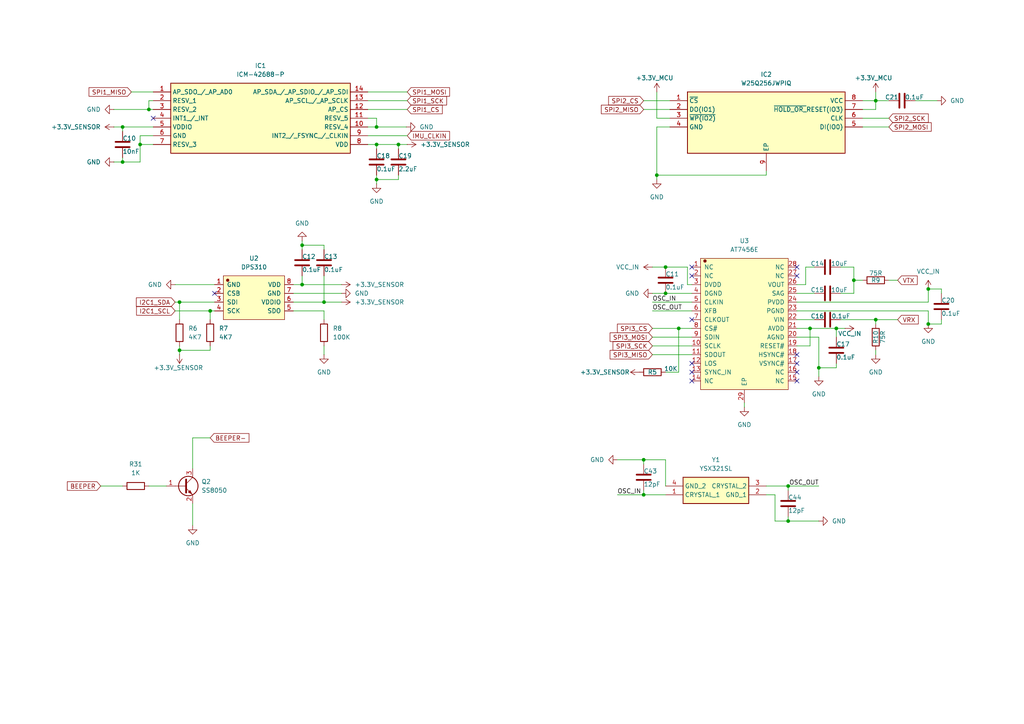
<source format=kicad_sch>
(kicad_sch (version 20250114) (generator "eeschema") (generator_version "9.0")
  (paper "A4")
  (lib_symbols
    (symbol "Library:AT7456E" (pin_names (offset 1.016))
      (property "Reference" "U" (at 0 25.654 0))
      (property "Value" "AT7456E" (at 0 30.734 0))
      (symbol "AT7456E_1_1"
        (rectangle (start -12.7 19.05) (end 12.7 -19.05) (stroke (width 0.1524)) (fill (type background)))
        (circle (center -11.43 18.288) (radius 0.381) (stroke (width 0.1524)) (fill (type outline)))
        (circle (center -11.43 18.288) (radius 0.381) (stroke (width 0.1524)) (fill (type outline)))
        (pin input line (at -15.24 16.51 0) (length 2.54) (name "NC") (number "1"))
        (pin input line (at -15.24 13.97 0) (length 2.54) (name "NC") (number "2"))
        (pin input line (at -15.24 11.43 0) (length 2.54) (name "DVDD") (number "3"))
        (pin input line (at -15.24 8.89 0) (length 2.54) (name "DGND") (number "4"))
        (pin input line (at -15.24 6.35 0) (length 2.54) (name "CLKIN") (number "5"))
        (pin input line (at -15.24 3.81 0) (length 2.54) (name "XFB") (number "6"))
        (pin input line (at -15.24 1.27 0) (length 2.54) (name "CLKOUT") (number "7"))
        (pin input line (at -15.24 -1.27 0) (length 2.54) (name "CS#") (number "8"))
        (pin input line (at -15.24 -3.81 0) (length 2.54) (name "SDIN") (number "9"))
        (pin input line (at -15.24 -6.35 0) (length 2.54) (name "SCLK") (number "10"))
        (pin input line (at -15.24 -8.89 0) (length 2.54) (name "SDOUT") (number "11"))
        (pin input line (at -15.24 -11.43 0) (length 2.54) (name "LOS") (number "12"))
        (pin input line (at -15.24 -13.97 0) (length 2.54) (name "SYNC_IN") (number "13"))
        (pin input line (at -15.24 -16.51 0) (length 2.54) (name "NC") (number "14"))
        (pin input line (at 0 -22.86 90) (length 3.81) (name "EP") (number "29"))
        (pin input line (at 15.24 16.51 180) (length 2.54) (name "NC") (number "28"))
        (pin input line (at 15.24 13.97 180) (length 2.54) (name "NC") (number "27"))
        (pin input line (at 15.24 11.43 180) (length 2.54) (name "VOUT") (number "26"))
        (pin input line (at 15.24 8.89 180) (length 2.54) (name "SAG") (number "25"))
        (pin input line (at 15.24 6.35 180) (length 2.54) (name "PVDD") (number "24"))
        (pin input line (at 15.24 3.81 180) (length 2.54) (name "PGND") (number "23"))
        (pin input line (at 15.24 1.27 180) (length 2.54) (name "VIN") (number "22"))
        (pin input line (at 15.24 -1.27 180) (length 2.54) (name "AVDD") (number "21"))
        (pin input line (at 15.24 -3.81 180) (length 2.54) (name "AGND") (number "20"))
        (pin input line (at 15.24 -6.35 180) (length 2.54) (name "RESET#") (number "19"))
        (pin input line (at 15.24 -8.89 180) (length 2.54) (name "HSYNC#") (number "18"))
        (pin input line (at 15.24 -11.43 180) (length 2.54) (name "VSYNC#") (number "17"))
        (pin input line (at 15.24 -13.97 180) (length 2.54) (name "NC") (number "16"))
        (pin input line (at 15.24 -16.51 180) (length 2.54) (name "NC") (number "15"))
      )
    )
    (symbol "Library:C" (pin_numbers (hide yes)) (pin_names (offset 0.254))
      (property "Reference" "C" (at 0.635 2.54 0))
      (property "Value" "C" (at 0.635 -2.54 0))
      (symbol "C_0_1"
        (polyline (pts (xy -2.032 0.762) (xy 2.032 0.762)) (stroke (width 0.508)))
        (polyline (pts (xy -2.032 -0.762) (xy 2.032 -0.762)) (stroke (width 0.508)))
      )
      (symbol "C_1_1"
        (pin passive line (at 0 3.81 270) (length 2.794) (name "~") (number "1"))
        (pin passive line (at 0 -3.81 90) (length 2.794) (name "~") (number "2"))
      )
    )
    (symbol "Library:DPS310" (pin_names (offset 1.016))
      (property "Reference" "U" (at 0 8.89 0))
      (property "Value" "DPS310" (at 0 13.97 0))
      (symbol "DPS310_1_1"
        (rectangle (start -8.89 6.35) (end 8.89 -6.35) (stroke (width 0.1524)) (fill (type background)))
        (circle (center -7.62 5.08) (radius 0.381) (stroke (width 0.1524)) (fill (type outline)))
        (pin input line (at -11.43 3.81 0) (length 2.54) (name "GND") (number "1"))
        (pin input line (at -11.43 1.27 0) (length 2.54) (name "CSB") (number "2"))
        (pin input line (at -11.43 -1.27 0) (length 2.54) (name "SDI") (number "3"))
        (pin input line (at -11.43 -3.81 0) (length 2.54) (name "SCK") (number "4"))
        (pin input line (at 11.43 3.81 180) (length 2.54) (name "VDD") (number "8"))
        (pin input line (at 11.43 1.27 180) (length 2.54) (name "GND") (number "7"))
        (pin input line (at 11.43 -1.27 180) (length 2.54) (name "VDDIO") (number "6"))
        (pin input line (at 11.43 -3.81 180) (length 2.54) (name "SDO") (number "5"))
      )
    )
    (symbol "Library:ICM-42688-P"
      (property "Reference" "IC" (at -24.384 14.732 0))
      (property "Value" "ICM-42688-P" (at -24.384 12.192 0))
      (symbol "ICM-42688-P_1_1"
        (rectangle (start -24.13 10.16) (end 27.94 -10.16) (stroke (width 0.254)) (fill (type background)))
        (pin passive line (at -29.21 7.62 0) (length 5.08) (name "AP_SDO_/_AP_AD0") (number "1"))
        (pin passive line (at -29.21 5.08 0) (length 5.08) (name "RESV_1") (number "2"))
        (pin passive line (at -29.21 2.54 0) (length 5.08) (name "RESV_2") (number "3"))
        (pin passive line (at -29.21 0 0) (length 5.08) (name "INT1_/_INT") (number "4"))
        (pin passive line (at -29.21 -2.54 0) (length 5.08) (name "VDDIO") (number "5"))
        (pin passive line (at -29.21 -5.08 0) (length 5.08) (name "GND") (number "6"))
        (pin passive line (at -29.21 -7.62 0) (length 5.08) (name "RESV_3") (number "7"))
        (pin passive line (at 33.02 7.62 180) (length 5.08) (name "AP_SDA_/_AP_SDIO_/_AP_SDI") (number "14"))
        (pin passive line (at 33.02 5.08 180) (length 5.08) (name "AP_SCL_/_AP_SCLK") (number "13"))
        (pin passive line (at 33.02 2.54 180) (length 5.08) (name "AP_CS") (number "12"))
        (pin passive line (at 33.02 0 180) (length 5.08) (name "RESV_5") (number "11"))
        (pin passive line (at 33.02 -2.54 180) (length 5.08) (name "RESV_4") (number "10"))
        (pin passive line (at 33.02 -5.08 180) (length 5.08) (name "INT2_/_FSYNC_/_CLKIN") (number "9"))
        (pin passive line (at 33.02 -7.62 180) (length 5.08) (name "VDD") (number "8"))
      )
    )
    (symbol "Library:R" (pin_numbers (hide yes)) (pin_names (offset 0))
      (property "Reference" "R" (at 2.032 0 90))
      (property "Value" "R" (at 0 0 90))
      (symbol "R_0_1"
        (rectangle (start -1.016 -2.54) (end 1.016 2.54) (stroke (width 0.254)))
      )
      (symbol "R_1_1"
        (pin passive line (at 0 3.81 270) (length 1.27) (name "~") (number "1"))
        (pin passive line (at 0 -3.81 90) (length 1.27) (name "~") (number "2"))
      )
    )
    (symbol "Library:W25Q256JWPIQ"
      (property "Reference" "IC" (at 52.07 7.62 0))
      (property "Value" "W25Q256JWPIQ" (at 52.07 5.08 0))
      (symbol "W25Q256JWPIQ_1_1"
        (rectangle (start 5.08 2.54) (end 50.8 -15.24) (stroke (width 0.254)) (fill (type background)))
        (pin passive line (at 0 0 0) (length 5.08) (name "~{CS}") (number "1"))
        (pin passive line (at 0 -2.54 0) (length 5.08) (name "DO(IO1)") (number "2"))
        (pin passive line (at 0 -5.08 0) (length 5.08) (name "~{WP(IO2)}") (number "3"))
        (pin passive line (at 0 -7.62 0) (length 5.08) (name "GND") (number "4"))
        (pin passive line (at 27.94 -20.32 90) (length 5.08) (name "EP") (number "9"))
        (pin passive line (at 55.88 0 180) (length 5.08) (name "VCC") (number "8"))
        (pin passive line (at 55.88 -2.54 180) (length 5.08) (name "~{HOLD_OR_}RESET(IO3)") (number "7"))
        (pin passive line (at 55.88 -5.08 180) (length 5.08) (name "CLK") (number "6"))
        (pin passive line (at 55.88 -7.62 180) (length 5.08) (name "DI(IO0)") (number "5"))
      )
    )
    (symbol "SamacSys_Parts:YSX321SL"
      (property "Reference" "Y" (at 36.83 7.62 0))
      (property "Value" "YSX321SL" (at 36.83 5.08 0))
      (symbol "YSX321SL_1_1"
        (rectangle (start 5.08 2.54) (end 24.13 -5.08) (stroke (width 0.254)) (fill (type background)))
        (pin passive line (at 0 0 0) (length 5.08) (name "GND_2") (number "4"))
        (pin passive line (at 0 -2.54 0) (length 5.08) (name "CRYSTAL_1") (number "1"))
        (pin passive line (at 29.21 0 180) (length 5.08) (name "CRYSTAL_2") (number "3"))
        (pin passive line (at 29.21 -2.54 180) (length 5.08) (name "GND_1") (number "2"))
      )
    )
    (symbol "Transistor_BJT:SS8050" (pin_names (offset 0) (hide yes))
      (property "Reference" "Q" (at 5.08 1.905 0))
      (property "Value" "SS8050" (at 5.08 0 0))
      (symbol "SS8050_0_1"
        (polyline (pts (xy -2.54 0) (xy 0.635 0)))
        (polyline (pts (xy 0.635 1.905) (xy 0.635 -1.905)) (stroke (width 0.508)))
        (circle (center 1.27 0) (radius 2.8194) (stroke (width 0.254)))
      )
      (symbol "SS8050_1_1"
        (polyline (pts (xy 0.635 0.635) (xy 2.54 2.54)))
        (polyline (pts (xy 0.635 -0.635) (xy 2.54 -2.54)))
        (polyline (pts (xy 1.27 -1.778) (xy 1.778 -1.27) (xy 2.286 -2.286) (xy 1.27 -1.778)) (fill (type outline)))
        (pin input line (at -5.08 0 0) (length 2.54) (name "B") (number "1"))
        (pin passive line (at 2.54 5.08 270) (length 2.54) (name "C") (number "3"))
        (pin passive line (at 2.54 -5.08 90) (length 2.54) (name "E") (number "2"))
      )
    )
    (symbol "power:+3.3V" (power) (pin_numbers (hide yes)) (pin_names (offset 0) (hide yes))
      (property "Value" "+3.3V" (at 0 3.556 0))
      (symbol "+3.3V_0_1"
        (polyline (pts (xy -0.762 1.27) (xy 0 2.54)))
        (polyline (pts (xy 0 2.54) (xy 0.762 1.27)))
        (polyline (pts (xy 0 0) (xy 0 2.54)))
      )
      (symbol "+3.3V_1_1"
        (pin power_in line (at 0 0 90) (length 0) (name "~") (number "1"))
      )
    )
    (symbol "power:GND" (power) (pin_numbers (hide yes)) (pin_names (offset 0) (hide yes))
      (property "Value" "GND" (at 0 -3.81 0))
      (symbol "GND_0_1"
        (polyline (pts (xy 0 0) (xy 0 -1.27) (xy 1.27 -1.27) (xy 0 -2.54) (xy -1.27 -1.27) (xy 0 -1.27)))
      )
      (symbol "GND_1_1"
        (pin power_in line (at 0 0 270) (length 0) (name "~") (number "1"))
      )
    )
    (symbol "power:VCC" (power) (pin_numbers (hide yes)) (pin_names (offset 0) (hide yes))
      (property "Value" "VCC" (at 0 3.556 0))
      (symbol "VCC_0_1"
        (polyline (pts (xy -0.762 1.27) (xy 0 2.54)))
        (polyline (pts (xy 0 2.54) (xy 0.762 1.27)))
        (polyline (pts (xy 0 0) (xy 0 2.54)))
      )
      (symbol "VCC_1_1"
        (pin power_in line (at 0 0 90) (length 0) (name "~") (number "1"))
      )
    )
  )
  (junction (at 52.07 101.6))
  (junction (at 115.57 41.91))
  (junction (at 193.04 77.47))
  (junction (at 237.49 106.68))
  (junction (at 93.98 87.63))
  (junction (at 234.95 95.25))
  (junction (at 109.22 52.07))
  (junction (at 247.65 81.28))
  (junction (at 109.22 36.83))
  (junction (at 196.85 95.25))
  (junction (at 269.24 93.98))
  (junction (at 190.5 50.8))
  (junction (at 43.18 31.75))
  (junction (at 35.56 36.83))
  (junction (at 87.63 82.55))
  (junction (at 40.64 41.91))
  (junction (at 109.22 41.91))
  (junction (at 254 92.71))
  (junction (at 193.04 85.09))
  (junction (at 186.69 143.51))
  (junction (at 242.57 95.25))
  (junction (at 269.24 83.82))
  (junction (at 228.6 151.13))
  (junction (at 228.6 140.97))
  (junction (at 254 29.21))
  (junction (at 186.69 133.35))
  (junction (at 35.56 46.99))
  (junction (at 52.07 87.63))
  (junction (at 87.63 71.12))
  (junction (at 60.96 90.17))
  (no_connect (at 200.66 107.95))
  (no_connect (at 200.66 105.41))
  (no_connect (at 231.14 102.87))
  (no_connect (at 231.14 107.95))
  (no_connect (at 200.66 92.71))
  (no_connect (at 200.66 110.49))
  (no_connect (at 231.14 80.01))
  (no_connect (at 200.66 77.47))
  (no_connect (at 62.23 85.09))
  (no_connect (at 231.14 110.49))
  (no_connect (at 231.14 77.47))
  (no_connect (at 44.45 34.29))
  (no_connect (at 231.14 105.41))
  (no_connect (at 200.66 80.01))
  (wire (pts (xy 273.05 93.98) (xy 269.24 93.98)))
  (wire (pts (xy 93.98 90.17) (xy 93.98 92.71)))
  (wire (pts (xy 87.63 82.55) (xy 99.06 82.55)))
  (wire (pts (xy 190.5 26.67) (xy 190.5 34.29)))
  (wire (pts (xy 35.56 46.99) (xy 40.64 46.99)))
  (wire (pts (xy 186.69 29.21) (xy 194.31 29.21)))
  (wire (pts (xy 228.6 140.97) (xy 228.6 142.24)))
  (wire (pts (xy 109.22 41.91) (xy 115.57 41.91)))
  (wire (pts (xy 242.57 105.41) (xy 242.57 106.68)))
  (wire (pts (xy 189.23 87.63) (xy 200.66 87.63)))
  (wire (pts (xy 193.04 77.47) (xy 199.39 77.47)))
  (wire (pts (xy 247.65 81.28) (xy 247.65 85.09)))
  (wire (pts (xy 44.45 29.21) (xy 43.18 29.21)))
  (wire (pts (xy 52.07 101.6) (xy 52.07 102.87)))
  (wire (pts (xy 38.1 26.67) (xy 44.45 26.67)))
  (wire (pts (xy 199.39 82.55) (xy 199.39 77.47)))
  (wire (pts (xy 193.04 140.97) (xy 193.04 133.35)))
  (wire (pts (xy 106.68 29.21) (xy 118.11 29.21)))
  (wire (pts (xy 231.14 97.79) (xy 237.49 97.79)))
  (wire (pts (xy 52.07 100.33) (xy 52.07 101.6)))
  (wire (pts (xy 115.57 41.91) (xy 115.57 43.18)))
  (wire (pts (xy 224.79 143.51) (xy 224.79 151.13)))
  (wire (pts (xy 35.56 45.72) (xy 35.56 46.99)))
  (wire (pts (xy 55.88 135.89) (xy 55.88 127)))
  (wire (pts (xy 60.96 90.17) (xy 60.96 92.71)))
  (wire (pts (xy 250.19 29.21) (xy 254 29.21)))
  (wire (pts (xy 190.5 36.83) (xy 190.5 50.8)))
  (wire (pts (xy 33.02 31.75) (xy 43.18 31.75)))
  (wire (pts (xy 254 92.71) (xy 254 93.98)))
  (wire (pts (xy 189.23 100.33) (xy 200.66 100.33)))
  (wire (pts (xy 60.96 90.17) (xy 62.23 90.17)))
  (wire (pts (xy 231.14 92.71) (xy 236.22 92.71)))
  (wire (pts (xy 228.6 149.86) (xy 228.6 151.13)))
  (wire (pts (xy 93.98 72.39) (xy 93.98 71.12)))
  (wire (pts (xy 117.856 36.83) (xy 109.22 36.83)))
  (wire (pts (xy 247.65 77.47) (xy 247.65 81.28)))
  (wire (pts (xy 43.18 140.97) (xy 48.26 140.97)))
  (wire (pts (xy 106.68 26.67) (xy 118.11 26.67)))
  (wire (pts (xy 269.24 83.82) (xy 269.24 87.63)))
  (wire (pts (xy 186.69 133.35) (xy 193.04 133.35)))
  (wire (pts (xy 93.98 87.63) (xy 99.06 87.63)))
  (wire (pts (xy 60.96 101.6) (xy 60.96 100.33)))
  (wire (pts (xy 254 29.21) (xy 257.81 29.21)))
  (wire (pts (xy 271.78 29.21) (xy 265.43 29.21)))
  (wire (pts (xy 237.49 140.97) (xy 228.6 140.97)))
  (wire (pts (xy 44.45 39.37) (xy 40.64 39.37)))
  (wire (pts (xy 40.64 41.91) (xy 44.45 41.91)))
  (wire (pts (xy 109.22 34.29) (xy 109.22 36.83)))
  (wire (pts (xy 93.98 71.12) (xy 87.63 71.12)))
  (wire (pts (xy 200.66 82.55) (xy 199.39 82.55)))
  (wire (pts (xy 55.88 146.05) (xy 55.88 152.4)))
  (wire (pts (xy 29.21 140.97) (xy 35.56 140.97)))
  (wire (pts (xy 231.14 90.17) (xy 269.24 90.17)))
  (wire (pts (xy 115.57 50.8) (xy 115.57 52.07)))
  (wire (pts (xy 237.49 109.22) (xy 237.49 106.68)))
  (wire (pts (xy 273.05 85.09) (xy 273.05 83.82)))
  (wire (pts (xy 109.22 52.07) (xy 115.57 52.07)))
  (wire (pts (xy 193.04 107.95) (xy 196.85 107.95)))
  (wire (pts (xy 254 29.21) (xy 254 31.75)))
  (wire (pts (xy 234.95 100.33) (xy 231.14 100.33)))
  (wire (pts (xy 254 101.6) (xy 254 102.87)))
  (wire (pts (xy 109.22 41.91) (xy 109.22 43.18)))
  (wire (pts (xy 43.18 31.75) (xy 44.45 31.75)))
  (wire (pts (xy 40.64 39.37) (xy 40.64 41.91)))
  (wire (pts (xy 33.02 36.83) (xy 35.56 36.83)))
  (wire (pts (xy 196.85 95.25) (xy 200.66 95.25)))
  (wire (pts (xy 243.84 77.47) (xy 247.65 77.47)))
  (wire (pts (xy 85.09 87.63) (xy 93.98 87.63)))
  (wire (pts (xy 231.14 87.63) (xy 269.24 87.63)))
  (wire (pts (xy 254 26.67) (xy 254 29.21)))
  (wire (pts (xy 231.14 82.55) (xy 233.68 82.55)))
  (wire (pts (xy 190.5 52.07) (xy 190.5 50.8)))
  (wire (pts (xy 215.9 118.11) (xy 215.9 116.84)))
  (wire (pts (xy 33.02 46.99) (xy 35.56 46.99)))
  (wire (pts (xy 52.07 87.63) (xy 52.07 92.71)))
  (wire (pts (xy 85.09 85.09) (xy 99.06 85.09)))
  (wire (pts (xy 228.6 151.13) (xy 237.49 151.13)))
  (wire (pts (xy 50.8 87.63) (xy 52.07 87.63)))
  (wire (pts (xy 35.56 36.83) (xy 44.45 36.83)))
  (wire (pts (xy 40.64 41.91) (xy 40.64 46.99)))
  (wire (pts (xy 231.14 95.25) (xy 234.95 95.25)))
  (wire (pts (xy 194.31 34.29) (xy 190.5 34.29)))
  (wire (pts (xy 109.22 52.07) (xy 109.22 50.8)))
  (wire (pts (xy 273.05 92.71) (xy 273.05 93.98)))
  (wire (pts (xy 233.68 82.55) (xy 233.68 77.47)))
  (wire (pts (xy 250.19 36.83) (xy 257.81 36.83)))
  (wire (pts (xy 273.05 83.82) (xy 269.24 83.82)))
  (wire (pts (xy 50.8 82.55) (xy 62.23 82.55)))
  (wire (pts (xy 115.57 41.91) (xy 118.11 41.91)))
  (wire (pts (xy 196.85 95.25) (xy 196.85 107.95)))
  (wire (pts (xy 93.98 100.33) (xy 93.98 102.87)))
  (wire (pts (xy 93.98 80.01) (xy 93.98 87.63)))
  (wire (pts (xy 52.07 101.6) (xy 60.96 101.6)))
  (wire (pts (xy 186.69 31.75) (xy 194.31 31.75)))
  (wire (pts (xy 186.69 143.51) (xy 193.04 143.51)))
  (wire (pts (xy 194.31 36.83) (xy 190.5 36.83)))
  (wire (pts (xy 222.25 143.51) (xy 224.79 143.51)))
  (wire (pts (xy 243.84 92.71) (xy 254 92.71)))
  (wire (pts (xy 106.68 39.37) (xy 118.11 39.37)))
  (wire (pts (xy 87.63 71.12) (xy 87.63 72.39)))
  (wire (pts (xy 186.69 134.62) (xy 186.69 133.35)))
  (wire (pts (xy 242.57 95.25) (xy 245.11 95.25)))
  (wire (pts (xy 106.68 36.83) (xy 109.22 36.83)))
  (wire (pts (xy 87.63 80.01) (xy 87.63 82.55)))
  (wire (pts (xy 190.5 50.8) (xy 222.25 50.8)))
  (wire (pts (xy 85.09 90.17) (xy 93.98 90.17)))
  (wire (pts (xy 242.57 95.25) (xy 234.95 95.25)))
  (wire (pts (xy 52.07 87.63) (xy 62.23 87.63)))
  (wire (pts (xy 243.84 85.09) (xy 247.65 85.09)))
  (wire (pts (xy 233.68 77.47) (xy 236.22 77.47)))
  (wire (pts (xy 224.79 151.13) (xy 228.6 151.13)))
  (wire (pts (xy 257.81 81.28) (xy 260.35 81.28)))
  (wire (pts (xy 189.23 90.17) (xy 200.66 90.17)))
  (wire (pts (xy 189.23 102.87) (xy 200.66 102.87)))
  (wire (pts (xy 234.95 95.25) (xy 234.95 100.33)))
  (wire (pts (xy 43.18 29.21) (xy 43.18 31.75)))
  (wire (pts (xy 50.8 90.17) (xy 60.96 90.17)))
  (wire (pts (xy 193.04 85.09) (xy 200.66 85.09)))
  (wire (pts (xy 35.56 36.83) (xy 35.56 38.1)))
  (wire (pts (xy 186.69 142.24) (xy 186.69 143.51)))
  (wire (pts (xy 242.57 97.79) (xy 242.57 95.25)))
  (wire (pts (xy 228.6 140.97) (xy 222.25 140.97)))
  (wire (pts (xy 250.19 34.29) (xy 257.81 34.29)))
  (wire (pts (xy 189.23 85.09) (xy 193.04 85.09)))
  (wire (pts (xy 189.23 95.25) (xy 196.85 95.25)))
  (wire (pts (xy 85.09 82.55) (xy 87.63 82.55)))
  (wire (pts (xy 254 31.75) (xy 250.19 31.75)))
  (wire (pts (xy 247.65 81.28) (xy 250.19 81.28)))
  (wire (pts (xy 222.25 49.53) (xy 222.25 50.8)))
  (wire (pts (xy 106.68 31.75) (xy 118.11 31.75)))
  (wire (pts (xy 106.68 41.91) (xy 109.22 41.91)))
  (wire (pts (xy 269.24 90.17) (xy 269.24 93.98)))
  (wire (pts (xy 237.49 97.79) (xy 237.49 106.68)))
  (wire (pts (xy 55.88 127) (xy 60.96 127)))
  (wire (pts (xy 231.14 85.09) (xy 236.22 85.09)))
  (wire (pts (xy 254 92.71) (xy 260.35 92.71)))
  (wire (pts (xy 189.23 97.79) (xy 200.66 97.79)))
  (wire (pts (xy 189.23 77.47) (xy 193.04 77.47)))
  (wire (pts (xy 87.63 69.85) (xy 87.63 71.12)))
  (wire (pts (xy 179.07 133.35) (xy 186.69 133.35)))
  (wire (pts (xy 106.68 34.29) (xy 109.22 34.29)))
  (wire (pts (xy 179.07 143.51) (xy 186.69 143.51)))
  (wire (pts (xy 237.49 106.68) (xy 242.57 106.68)))
  (wire (pts (xy 109.22 52.07) (xy 109.22 53.34)))
  (label "OSC_IN" (at 189.23 87.63 0))
  (label "OSC_OUT" (at 237.49 140.97 180))
  (label "OSC_IN" (at 179.07 143.51 0))
  (label "OSC_OUT" (at 189.23 90.17 0))
  (global_label "SPI3_SCK" (shape input) (at 189.23 100.33 180) (property "Intersheetrefs" "${INTERSHEET_REFS}" (effects (hide yes))))
  (global_label "SPI2_CS" (shape input) (at 186.69 29.21 180) (property "Intersheetrefs" "${INTERSHEET_REFS}" (effects (hide yes))))
  (global_label "IMU_CLKIN" (shape input) (at 118.11 39.37 0) (property "Intersheetrefs" "${INTERSHEET_REFS}" (effects (hide yes))))
  (global_label "SPI2_SCK" (shape input) (at 257.81 34.29 0) (property "Intersheetrefs" "${INTERSHEET_REFS}" (effects (hide yes))))
  (global_label "SPI3_MISO" (shape input) (at 189.23 102.87 180) (property "Intersheetrefs" "${INTERSHEET_REFS}" (effects (hide yes))))
  (global_label "SPI1_SCK" (shape input) (at 118.11 29.21 0) (property "Intersheetrefs" "${INTERSHEET_REFS}" (effects (hide yes))))
  (global_label "BEEPER-" (shape input) (at 60.96 127 0) (property "Intersheetrefs" "${INTERSHEET_REFS}" (effects (hide yes))))
  (global_label "I2C1_SCL" (shape input) (at 50.8 90.17 180) (property "Intersheetrefs" "${INTERSHEET_REFS}" (effects (hide yes))))
  (global_label "SPI2_MISO" (shape input) (at 186.69 31.75 180) (property "Intersheetrefs" "${INTERSHEET_REFS}" (effects (hide yes))))
  (global_label "SPI2_MOSI" (shape input) (at 257.81 36.83 0) (property "Intersheetrefs" "${INTERSHEET_REFS}" (effects (hide yes))))
  (global_label "SPI1_CS" (shape input) (at 118.11 31.75 0) (property "Intersheetrefs" "${INTERSHEET_REFS}" (effects (hide yes))))
  (global_label "SPI3_CS" (shape input) (at 189.23 95.25 180) (property "Intersheetrefs" "${INTERSHEET_REFS}" (effects (hide yes))))
  (global_label "SPI1_MISO" (shape input) (at 38.1 26.67 180) (property "Intersheetrefs" "${INTERSHEET_REFS}" (effects (hide yes))))
  (global_label "SPI3_MOSI" (shape input) (at 189.23 97.79 180) (property "Intersheetrefs" "${INTERSHEET_REFS}" (effects (hide yes))))
  (global_label "VRX" (shape input) (at 260.35 92.71 0) (property "Intersheetrefs" "${INTERSHEET_REFS}" (effects (hide yes))))
  (global_label "SPI1_MOSI" (shape input) (at 118.11 26.67 0) (property "Intersheetrefs" "${INTERSHEET_REFS}" (effects (hide yes))))
  (global_label "I2C1_SDA" (shape input) (at 50.8 87.63 180) (property "Intersheetrefs" "${INTERSHEET_REFS}" (effects (hide yes))))
  (global_label "VTX" (shape input) (at 260.35 81.28 0) (property "Intersheetrefs" "${INTERSHEET_REFS}" (effects (hide yes))))
  (global_label "BEEPER" (shape input) (at 29.21 140.97 180) (property "Intersheetrefs" "${INTERSHEET_REFS}" (effects (hide yes))))
  (symbol (lib_id "power:GND") (at 189.23 85.09 270) (unit 1)
    (property "Reference" "#PWR021" (effects (hide yes)))
    (property "Value" "GND" (at 185.42 85.0899 90) (effects (justify right)))
    (property "Description" "Power symbol creates a global label with name \"GND\" , ground" (effects (hide yes)))
  )
  (symbol (lib_id "power:+3.3V") (at 33.02 36.83 90) (mirror x) (unit 1)
    (property "Reference" "#PWR017" (effects (hide yes)))
    (property "Value" "+3.3V_SENSOR" (at 29.21 36.8299 90) (effects (justify left)))
    (property "Description" "Power symbol creates a global label with name \"+3.3V\"" (effects (hide yes)))
  )
  (symbol (lib_id "Library:R") (at 254 81.28 90) (unit 1)
    (property "Reference" "R9" (at 254 81.28 90))
    (property "Value" "75R" (at 254 79.248 90))
    (property "Footprint" "Resistor_SMD:R_0402_1005Metric" (effects (hide yes)))
    (property "Description" "Resistor" (effects (hide yes)))
  )
  (symbol (lib_id "power:VCC") (at 269.24 83.82 0) (unit 1)
    (property "Reference" "#PWR020" (effects (hide yes)))
    (property "Value" "VCC_IN" (at 269.24 78.74 0))
    (property "Description" "Power symbol creates a global label with name \"VCC\"" (effects (hide yes)))
  )
  (symbol (lib_id "power:GND") (at 237.49 109.22 0) (unit 1)
    (property "Reference" "#PWR027" (effects (hide yes)))
    (property "Value" "GND" (at 237.49 114.3 0))
    (property "Description" "Power symbol creates a global label with name \"GND\" , ground" (effects (hide yes)))
  )
  (symbol (lib_id "Library:R") (at 39.37 140.97 90) (unit 1)
    (property "Reference" "R31" (at 39.37 134.62 90))
    (property "Value" "1K" (at 39.37 137.16 90))
    (property "Footprint" "Resistor_SMD:R_0402_1005Metric" (effects (hide yes)))
    (property "Description" "Resistor" (effects (hide yes)))
  )
  (symbol (lib_id "Library:R") (at 93.98 96.52 0) (unit 1)
    (property "Reference" "R8" (at 96.52 95.2499 0) (effects (justify left)))
    (property "Value" "100K" (at 96.52 97.7899 0) (effects (justify left)))
    (property "Footprint" "Resistor_SMD:R_0402_1005Metric" (effects (hide yes)))
    (property "Description" "Resistor" (effects (hide yes)))
  )
  (symbol (lib_id "Library:C") (at 193.04 81.28 0) (unit 1)
    (property "Reference" "C11" (at 193.04 79.502 0) (effects (justify left)))
    (property "Value" "0.1uF" (at 193.04 83.312 0) (effects (justify left)))
    (property "Footprint" "Capacitor_SMD:C_0402_1005Metric" (effects (hide yes)))
    (property "Description" "Unpolarized capacitor" (effects (hide yes)))
  )
  (symbol (lib_id "Library:R") (at 52.07 96.52 0) (unit 1)
    (property "Reference" "R6" (at 54.61 95.2499 0) (effects (justify left)))
    (property "Value" "4K7" (at 54.61 97.7899 0) (effects (justify left)))
    (property "Footprint" "Resistor_SMD:R_0402_1005Metric" (effects (hide yes)))
    (property "Description" "Resistor" (effects (hide yes)))
  )
  (symbol (lib_id "power:+3.3V") (at 118.11 41.91 270) (mirror x) (unit 1)
    (property "Reference" "#PWR035" (effects (hide yes)))
    (property "Value" "+3.3V_SENSOR" (at 121.92 41.9101 90) (effects (justify left)))
    (property "Description" "Power symbol creates a global label with name \"+3.3V\"" (effects (hide yes)))
  )
  (symbol (lib_id "Library:C") (at 242.57 101.6 0) (unit 1)
    (property "Reference" "C17" (at 242.57 99.822 0) (effects (justify left)))
    (property "Value" "0.1uF" (at 242.57 103.632 0) (effects (justify left)))
    (property "Footprint" "Capacitor_SMD:C_0402_1005Metric" (effects (hide yes)))
    (property "Description" "Unpolarized capacitor" (effects (hide yes)))
  )
  (symbol (lib_id "power:GND") (at 254 102.87 0) (unit 1)
    (property "Reference" "#PWR033" (effects (hide yes)))
    (property "Value" "GND" (at 254 107.95 0))
    (property "Description" "Power symbol creates a global label with name \"GND\" , ground" (effects (hide yes)))
  )
  (symbol (lib_id "Library:C") (at 240.03 77.47 90) (unit 1)
    (property "Reference" "C14" (at 239.014 76.454 90) (effects (justify left)))
    (property "Value" "10uF" (at 245.872 76.454 90) (effects (justify left)))
    (property "Footprint" "Capacitor_SMD:C_0402_1005Metric" (effects (hide yes)))
    (property "Description" "Unpolarized capacitor" (effects (hide yes)))
  )
  (symbol (lib_id "power:+3.3V") (at 254 26.67 0) (mirror y) (unit 1)
    (property "Reference" "#PWR040" (effects (hide yes)))
    (property "Value" "+3.3V_MCU" (at 258.826 22.606 0) (effects (justify left)))
    (property "Description" "Power symbol creates a global label with name \"+3.3V\"" (effects (hide yes)))
  )
  (symbol (lib_id "Library:R") (at 189.23 107.95 90) (unit 1)
    (property "Reference" "R5" (at 189.23 107.95 90))
    (property "Value" "10K" (at 194.564 106.934 90))
    (property "Footprint" "Resistor_SMD:R_0402_1005Metric" (effects (hide yes)))
    (property "Description" "Resistor" (effects (hide yes)))
  )
  (symbol (lib_id "power:+3.3V") (at 185.42 107.95 90) (unit 1)
    (property "Reference" "#PWR019" (effects (hide yes)))
    (property "Value" "+3.3V_SENSOR" (at 182.626 107.95 90) (effects (justify left)))
    (property "Description" "Power symbol creates a global label with name \"+3.3V\"" (effects (hide yes)))
  )
  (symbol (lib_id "power:VCC") (at 245.11 95.25 270) (unit 1)
    (property "Reference" "#PWR031" (effects (hide yes)))
    (property "Value" "VCC_IN" (at 243.078 96.774 90) (effects (justify left)))
    (property "Description" "Power symbol creates a global label with name \"VCC\"" (effects (hide yes)))
  )
  (symbol (lib_id "Library:C") (at 186.69 138.43 0) (unit 1)
    (property "Reference" "C43" (at 186.69 136.652 0) (effects (justify left)))
    (property "Value" "12pF" (at 186.69 140.462 0) (effects (justify left)))
    (property "Footprint" "Capacitor_SMD:C_0402_1005Metric" (effects (hide yes)))
    (property "Description" "Unpolarized capacitor" (effects (hide yes)))
  )
  (symbol (lib_id "Library:C") (at 35.56 41.91 0) (unit 1)
    (property "Reference" "C10" (at 35.56 40.132 0) (effects (justify left)))
    (property "Value" "10nF" (at 35.56 43.942 0) (effects (justify left)))
    (property "Footprint" "Capacitor_SMD:C_0402_1005Metric" (effects (hide yes)))
    (property "Description" "Unpolarized capacitor" (effects (hide yes)))
  )
  (symbol (lib_id "power:+3.3V") (at 190.5 26.67 0) (mirror y) (unit 1)
    (property "Reference" "#PWR038" (effects (hide yes)))
    (property "Value" "+3.3V_MCU" (at 195.326 22.606 0) (effects (justify left)))
    (property "Description" "Power symbol creates a global label with name \"+3.3V\"" (effects (hide yes)))
  )
  (symbol (lib_id "Library:C") (at 87.63 76.2 0) (unit 1)
    (property "Reference" "C12" (at 87.63 74.422 0) (effects (justify left)))
    (property "Value" "0.1uF" (at 87.63 78.232 0) (effects (justify left)))
    (property "Footprint" "Capacitor_SMD:C_0402_1005Metric" (effects (hide yes)))
    (property "Description" "Unpolarized capacitor" (effects (hide yes)))
  )
  (symbol (lib_id "Transistor_BJT:SS8050") (at 53.34 140.97 0) (unit 1)
    (property "Reference" "Q2" (at 58.42 139.6999 0) (effects (justify left)))
    (property "Value" "SS8050" (at 58.42 142.2399 0) (effects (justify left)))
    (property "Footprint" "Package_TO_SOT_SMD:SOT-23" (effects (hide yes)))
    (property "Datasheet" "http://www.secosgmbh.com/datasheet/products/SSMPTransistor/SOT-23/SS8050.pdf" (effects (hide yes)))
    (property "Description" "General Purpose NPN Transistor, 1.5A Ic, 25V Vce, SOT-23" (effects (hide yes)))
  )
  (symbol (lib_id "Library:C") (at 115.57 46.99 0) (unit 1)
    (property "Reference" "C19" (at 115.57 45.212 0) (effects (justify left)))
    (property "Value" "2.2uF" (at 115.57 49.022 0) (effects (justify left)))
    (property "Footprint" "Capacitor_SMD:C_0402_1005Metric" (effects (hide yes)))
    (property "Description" "Unpolarized capacitor" (effects (hide yes)))
  )
  (symbol (lib_id "Library:C") (at 240.03 92.71 90) (unit 1)
    (property "Reference" "C16" (at 239.014 91.694 90) (effects (justify left)))
    (property "Value" "0.1uF" (at 246.634 91.694 90) (effects (justify left)))
    (property "Footprint" "Capacitor_SMD:C_0402_1005Metric" (effects (hide yes)))
    (property "Description" "Unpolarized capacitor" (effects (hide yes)))
  )
  (symbol (lib_id "Library:C") (at 261.62 29.21 90) (unit 1)
    (property "Reference" "C21" (at 260.604 28.194 90) (effects (justify left)))
    (property "Value" "0.1uF" (at 267.97 28.194 90) (effects (justify left)))
    (property "Footprint" "Capacitor_SMD:C_0402_1005Metric" (effects (hide yes)))
    (property "Description" "Unpolarized capacitor" (effects (hide yes)))
  )
  (symbol (lib_id "power:GND") (at 33.02 46.99 270) (unit 1)
    (property "Reference" "#PWR018" (effects (hide yes)))
    (property "Value" "GND" (at 29.21 46.9899 90) (effects (justify right)))
    (property "Description" "Power symbol creates a global label with name \"GND\" , ground" (effects (hide yes)))
  )
  (symbol (lib_id "power:GND") (at 109.22 53.34 0) (unit 1)
    (property "Reference" "#PWR032" (effects (hide yes)))
    (property "Value" "GND" (at 109.22 58.42 0))
    (property "Description" "Power symbol creates a global label with name \"GND\" , ground" (effects (hide yes)))
  )
  (symbol (lib_id "Library:W25Q256JWPIQ") (at 194.31 29.21 0) (unit 1)
    (property "Reference" "IC2" (at 222.25 21.59 0))
    (property "Value" "W25Q256JWPIQ" (at 222.25 24.13 0))
    (property "Footprint" "SON127P600X500X80-9N-D" (effects (hide yes)))
    (property "Datasheet" "https://www.winbond.com/hq/search-resource-file.jsp?partNo=W25Q256JWPIQ&type=datasheet" (effects (hide yes)))
    (property "Description" "256M-bit Serial Flash Memory with uniform 4KB sectors and Dual/Quad SPI" (effects (hide yes)))
    (property "Height" "0.8" (effects (hide yes)))
    (property "Manufacturer_Name" "Winbond" (effects (hide yes)))
    (property "Manufacturer_Part_Number" "W25Q256JWPIQ" (effects (hide yes)))
    (property "Mouser Part Number" "454-W25Q256JWPIQ" (effects (hide yes)))
    (property "Mouser Price/Stock" "https://www.mouser.co.uk/ProductDetail/Winbond/W25Q256JWPIQ?qs=qSfuJ%252Bfl%2Fd6m1vUlOFgu1A%3D%3D" (effects (hide yes)))
    (property "Arrow Part Number" "W25Q256JWPIQ" (effects (hide yes)))
    (property "Arrow Price/Stock" "https://www.arrow.com/en/products/w25q256jwpiq/winbond-electronics?utm_currency=USD&region=nac" (effects (hide yes)))
  )
  (symbol (lib_id "power:GND") (at 33.02 31.75 270) (unit 1)
    (property "Reference" "#PWR016" (effects (hide yes)))
    (property "Value" "GND" (at 29.21 31.7499 90) (effects (justify right)))
    (property "Description" "Power symbol creates a global label with name \"GND\" , ground" (effects (hide yes)))
  )
  (symbol (lib_id "power:GND") (at 99.06 85.09 90) (unit 1)
    (property "Reference" "#PWR029" (effects (hide yes)))
    (property "Value" "GND" (at 102.87 85.0899 90) (effects (justify right)))
    (property "Description" "Power symbol creates a global label with name \"GND\" , ground" (effects (hide yes)))
  )
  (symbol (lib_id "power:GND") (at 93.98 102.87 0) (unit 1)
    (property "Reference" "#PWR026" (effects (hide yes)))
    (property "Value" "GND" (at 93.98 107.95 0))
    (property "Description" "Power symbol creates a global label with name \"GND\" , ground" (effects (hide yes)))
  )
  (symbol (lib_id "Library:DPS310") (at 73.66 86.36 0) (unit 1)
    (property "Reference" "U2" (at 73.66 74.93 0))
    (property "Value" "DPS310" (at 73.66 77.47 0))
    (property "Footprint" "SamacSys_Parts:WLGA-8_L2.5-W2.0-P0.65-TR_DPS422" (effects (hide yes)))
    (property "SuppliersPartNumber" "C535114" (effects (hide yes)))
    (property "uuid" "std:c46c4eb38dfa4623b67c71dcbb34db8a" (effects (hide yes)))
  )
  (symbol (lib_id "power:GND") (at 190.5 52.07 0) (mirror y) (unit 1)
    (property "Reference" "#PWR039" (effects (hide yes)))
    (property "Value" "GND" (at 190.5 57.15 0))
    (property "Description" "Power symbol creates a global label with name \"GND\" , ground" (effects (hide yes)))
  )
  (symbol (lib_id "power:VCC") (at 189.23 77.47 90) (unit 1)
    (property "Reference" "#PWR0109" (effects (hide yes)))
    (property "Value" "VCC_IN" (at 185.42 77.4699 90) (effects (justify left)))
    (property "Description" "Power symbol creates a global label with name \"VCC\"" (effects (hide yes)))
  )
  (symbol (lib_id "Library:R") (at 254 97.79 0) (unit 1)
    (property "Reference" "R10" (at 254 97.79 90))
    (property "Value" "75R" (at 256.032 97.79 90))
    (property "Footprint" "Resistor_SMD:R_0402_1005Metric" (effects (hide yes)))
    (property "Description" "Resistor" (effects (hide yes)))
  )
  (symbol (lib_id "power:GND") (at 87.63 69.85 180) (unit 1)
    (property "Reference" "#PWR025" (effects (hide yes)))
    (property "Value" "GND" (at 87.63 64.77 0))
    (property "Description" "Power symbol creates a global label with name \"GND\" , ground" (effects (hide yes)))
  )
  (symbol (lib_id "power:+3.3V") (at 99.06 87.63 270) (unit 1)
    (property "Reference" "#PWR030" (effects (hide yes)))
    (property "Value" "+3.3V_SENSOR" (at 102.87 87.6299 90) (effects (justify left)))
    (property "Description" "Power symbol creates a global label with name \"+3.3V\"" (effects (hide yes)))
  )
  (symbol (lib_id "power:GND") (at 55.88 152.4 0) (unit 1)
    (property "Reference" "#PWR0110" (effects (hide yes)))
    (property "Value" "GND" (at 55.88 157.48 0))
    (property "Description" "Power symbol creates a global label with name \"GND\" , ground" (effects (hide yes)))
  )
  (symbol (lib_id "power:GND") (at 50.8 82.55 270) (unit 1)
    (property "Reference" "#PWR022" (effects (hide yes)))
    (property "Value" "GND" (at 46.99 82.5499 90) (effects (justify right)))
    (property "Description" "Power symbol creates a global label with name \"GND\" , ground" (effects (hide yes)))
  )
  (symbol (lib_id "power:+3.3V") (at 99.06 82.55 270) (unit 1)
    (property "Reference" "#PWR028" (effects (hide yes)))
    (property "Value" "+3.3V_SENSOR" (at 102.87 82.5499 90) (effects (justify left)))
    (property "Description" "Power symbol creates a global label with name \"+3.3V\"" (effects (hide yes)))
  )
  (symbol (lib_id "power:GND") (at 271.78 29.21 90) (unit 1)
    (property "Reference" "#PWR041" (effects (hide yes)))
    (property "Value" "GND" (at 275.59 29.2099 90) (effects (justify right)))
    (property "Description" "Power symbol creates a global label with name \"GND\" , ground" (effects (hide yes)))
  )
  (symbol (lib_id "Library:C") (at 228.6 146.05 0) (unit 1)
    (property "Reference" "C44" (at 228.6 144.272 0) (effects (justify left)))
    (property "Value" "12pF" (at 228.6 148.082 0) (effects (justify left)))
    (property "Footprint" "Capacitor_SMD:C_0402_1005Metric" (effects (hide yes)))
    (property "Description" "Unpolarized capacitor" (effects (hide yes)))
  )
  (symbol (lib_id "power:GND") (at 269.24 93.98 0) (unit 1)
    (property "Reference" "#PWR037" (effects (hide yes)))
    (property "Value" "GND" (at 269.24 99.06 0))
    (property "Description" "Power symbol creates a global label with name \"GND\" , ground" (effects (hide yes)))
  )
  (symbol (lib_id "SamacSys_Parts:YSX321SL") (at 193.04 140.97 0) (unit 1)
    (property "Reference" "Y1" (at 207.645 133.35 0))
    (property "Value" "YSX321SL" (at 207.645 135.89 0))
    (property "Footprint" "YSX321SL" (effects (hide yes)))
    (property "Datasheet" "https://datasheet.lcsc.com/szlcsc/YSX321SL-30MHZ-10PF-8PPM_C70576.pdf" (effects (hide yes)))
    (property "Description" "Crystal" (effects (hide yes)))
    (property "Height" "0.8" (effects (hide yes)))
    (property "Manufacturer_Name" "YXC" (effects (hide yes)))
    (property "Manufacturer_Part_Number" "YSX321SL" (effects (hide yes)))
  )
  (symbol (lib_id "power:GND") (at 237.49 151.13 90) (mirror x) (unit 1)
    (property "Reference" "#PWR090" (effects (hide yes)))
    (property "Value" "GND" (at 241.3 151.1299 90) (effects (justify right)))
    (property "Description" "Power symbol creates a global label with name \"GND\" , ground" (effects (hide yes)))
  )
  (symbol (lib_id "Library:AT7456E") (at 215.9 93.98 0) (unit 1)
    (property "Reference" "U3" (at 215.9 69.85 0))
    (property "Value" "AT7456E" (at 215.9 72.39 0))
    (property "Footprint" "SamacSys_Parts:TSSOP-28_L9.7-W4.4-P0.65-LS6.4-BL-EP-2" (effects (hide yes)))
    (property "Datasheet" "http://www.szlcsc.com/product/details_83508.html" (effects (hide yes)))
    (property "SuppliersPartNumber" "C82351" (effects (hide yes)))
    (property "uuid" "std:d338eaec4ae9fceee9e39d256391b9ef" (effects (hide yes)))
  )
  (symbol (lib_id "Library:C") (at 273.05 88.9 0) (unit 1)
    (property "Reference" "C20" (at 273.05 87.122 0) (effects (justify left)))
    (property "Value" "0.1uF" (at 273.05 90.932 0) (effects (justify left)))
    (property "Footprint" "Capacitor_SMD:C_0402_1005Metric" (effects (hide yes)))
    (property "Description" "Unpolarized capacitor" (effects (hide yes)))
  )
  (symbol (lib_id "Library:C") (at 240.03 85.09 90) (unit 1)
    (property "Reference" "C15" (at 239.014 84.074 90) (effects (justify left)))
    (property "Value" "10uF" (at 245.872 84.074 90) (effects (justify left)))
    (property "Footprint" "Capacitor_SMD:C_0402_1005Metric" (effects (hide yes)))
    (property "Description" "Unpolarized capacitor" (effects (hide yes)))
  )
  (symbol (lib_id "Library:C") (at 93.98 76.2 0) (unit 1)
    (property "Reference" "C13" (at 93.98 74.422 0) (effects (justify left)))
    (property "Value" "0.1uF" (at 93.98 78.232 0) (effects (justify left)))
    (property "Footprint" "Capacitor_SMD:C_0402_1005Metric" (effects (hide yes)))
    (property "Description" "Unpolarized capacitor" (effects (hide yes)))
  )
  (symbol (lib_id "power:GND") (at 117.856 36.83 90) (mirror x) (unit 1)
    (property "Reference" "#PWR034" (effects (hide yes)))
    (property "Value" "GND" (at 121.666 36.8299 90) (effects (justify right)))
    (property "Description" "Power symbol creates a global label with name \"GND\" , ground" (effects (hide yes)))
  )
  (symbol (lib_id "power:+3.3V") (at 52.07 102.87 180) (unit 1)
    (property "Reference" "#PWR023" (effects (hide yes)))
    (property "Value" "+3.3V_SENSOR" (at 58.928 106.68 0) (effects (justify left)))
    (property "Description" "Power symbol creates a global label with name \"+3.3V\"" (effects (hide yes)))
  )
  (symbol (lib_id "power:GND") (at 179.07 133.35 270) (unit 1)
    (property "Reference" "#PWR089" (effects (hide yes)))
    (property "Value" "GND" (at 175.26 133.3499 90) (effects (justify right)))
    (property "Description" "Power symbol creates a global label with name \"GND\" , ground" (effects (hide yes)))
  )
  (symbol (lib_id "Library:R") (at 60.96 96.52 0) (unit 1)
    (property "Reference" "R7" (at 63.5 95.2499 0) (effects (justify left)))
    (property "Value" "4K7" (at 63.5 97.7899 0) (effects (justify left)))
    (property "Footprint" "Resistor_SMD:R_0402_1005Metric" (effects (hide yes)))
    (property "Description" "Resistor" (effects (hide yes)))
  )
  (symbol (lib_id "power:GND") (at 215.9 118.11 0) (unit 1)
    (property "Reference" "#PWR024" (effects (hide yes)))
    (property "Value" "GND" (at 215.9 123.19 0))
    (property "Description" "Power symbol creates a global label with name \"GND\" , ground" (effects (hide yes)))
  )
  (symbol (lib_id "Library:C") (at 109.22 46.99 0) (unit 1)
    (property "Reference" "C18" (at 109.22 45.212 0) (effects (justify left)))
    (property "Value" "0.1uF" (at 109.22 49.022 0) (effects (justify left)))
    (property "Footprint" "Capacitor_SMD:C_0402_1005Metric" (effects (hide yes)))
    (property "Description" "Unpolarized capacitor" (effects (hide yes)))
  )
  (symbol (lib_id "Library:ICM-42688-P") (at 73.66 34.29 0) (unit 1)
    (property "Reference" "IC1" (at 75.565 19.05 0))
    (property "Value" "ICM-42688-P" (at 75.565 21.59 0))
    (property "Footprint" "IIM42352" (effects (hide yes)))
    (property "Datasheet" "https://3cfeqx1hf82y3xcoull08ihx-wpengine.netdna-ssl.com/wp-content/uploads/2021/06/DS-000347-ICM-42688-P-v1.5.pdf" (effects (hide yes)))
    (property "Description" "IMU (Inertial Measurement Unit), 6-Axis, Accelerometer, Gyroscope" (effects (hide yes)))
    (property "Manufacturer_Name" "TDK" (effects (hide yes)))
    (property "Manufacturer_Part_Number" "ICM-42688-P" (effects (hide yes)))
    (property "Mouser Part Number" "410-ICM-42688-P" (effects (hide yes)))
    (property "Mouser Price/Stock" "https://www.mouser.co.uk/ProductDetail/TDK-InvenSense/ICM-42688-P?qs=OlC7AqGiEDk8QrNAV728zw%3D%3D" (effects (hide yes)))
    (property "Arrow Part Number" "ICM-42688-P" (effects (hide yes)))
    (property "Arrow Price/Stock" "https://www.arrow.com/en/products/icm-42688-p/invensense?utm_currency=USD&region=nac" (effects (hide yes)))
  )
)
</source>
